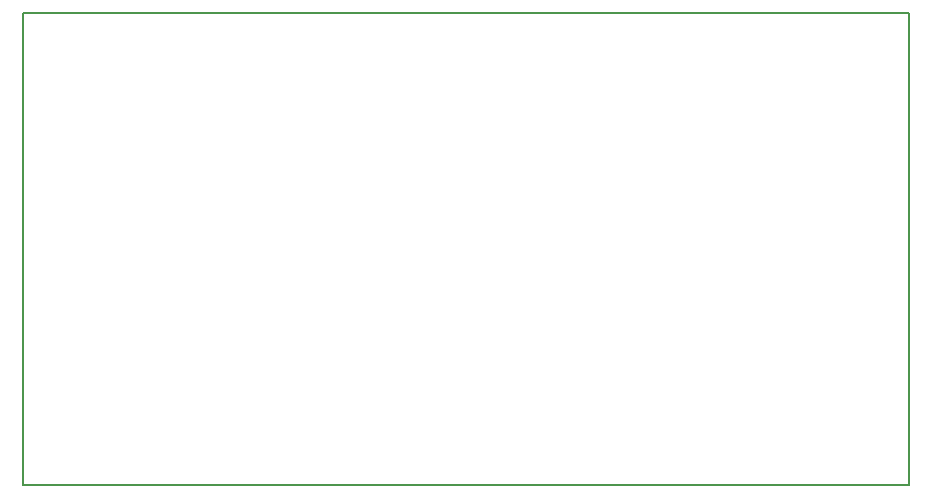
<source format=gbr>
G04 #@! TF.GenerationSoftware,KiCad,Pcbnew,5.0.2-bee76a0~70~ubuntu18.04.1*
G04 #@! TF.CreationDate,2019-01-01T14:35:21-08:00*
G04 #@! TF.ProjectId,Buck_Converter_V1,4275636b-5f43-46f6-9e76-65727465725f,rev?*
G04 #@! TF.SameCoordinates,Original*
G04 #@! TF.FileFunction,Profile,NP*
%FSLAX46Y46*%
G04 Gerber Fmt 4.6, Leading zero omitted, Abs format (unit mm)*
G04 Created by KiCad (PCBNEW 5.0.2-bee76a0~70~ubuntu18.04.1) date Tue 01 Jan 2019 02:35:21 PM PST*
%MOMM*%
%LPD*%
G01*
G04 APERTURE LIST*
%ADD10C,0.150000*%
G04 APERTURE END LIST*
D10*
X108788200Y-68224400D02*
X108788200Y-108224400D01*
X108788200Y-108224400D02*
X183788200Y-108224400D01*
X183788200Y-68224400D02*
X183788200Y-108224400D01*
X108788200Y-68224400D02*
X183788200Y-68224400D01*
M02*

</source>
